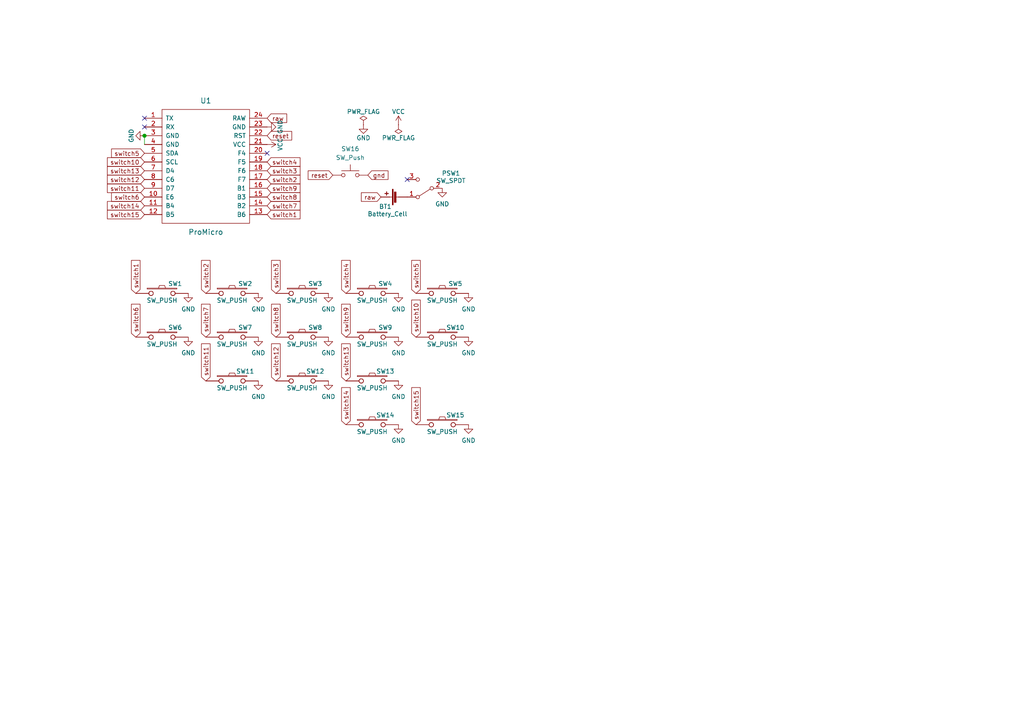
<source format=kicad_sch>
(kicad_sch (version 20211123) (generator eeschema)
  (paper "A4")
  (title_block (title "ファントマ") (date "2022-01-25") (rev "0.3") (company "<3"))
  (lib_symbols
    (symbol "Device:Battery_Cell" (pin_numbers hide) (pin_names (offset 0) hide)
      (property "Reference" "BT" (at 2.54 2.54 0))
      (property "Value" "Battery_Cell" (at 2.54 0 0))
      (symbol "Battery_Cell_0_1"
        (rectangle (start -2.286 1.778) (end 2.286 1.524) (fill (type outline)))
        (rectangle (start -1.5748 1.1938) (end 1.4732 0.6858) (fill (type outline)))
        (polyline (pts (xy 0 0.762) (xy 0 0)))
        (polyline (pts (xy 0 1.778) (xy 0 2.54)))
        (polyline (pts (xy 0.508 3.429) (xy 1.524 3.429)) (stroke (width 0.254)))
        (polyline (pts (xy 1.016 3.937) (xy 1.016 2.921)) (stroke (width 0.254)))
      )
      (symbol "Battery_Cell_1_1"
        (pin passive line (at 0 5.08 270) (length 2.54) (name "+") (number "1"))
        (pin passive line (at 0 -2.54 90) (length 2.54) (name "-") (number "2"))
      )
    )
    (symbol "Switch:SW_Push" (pin_numbers hide) (pin_names (offset 1.016) hide)
      (property "Reference" "SW" (at 1.27 2.54 0))
      (property "Value" "SW_Push" (at 0 -1.524 0))
      (symbol "SW_Push_0_1"
        (circle (center -2.032 0) (radius 0.508))
        (polyline (pts (xy 0 1.27) (xy 0 3.048)))
        (polyline (pts (xy 2.54 1.27) (xy -2.54 1.27)))
        (circle (center 2.032 0) (radius 0.508))
        (pin passive line (at -5.08 0 0) (length 2.54) (name "1") (number "1"))
        (pin passive line (at 5.08 0 180) (length 2.54) (name "2") (number "2"))
      )
    )
    (symbol "Switch:SW_SPDT" (pin_names (offset 0) hide)
      (property "Reference" "SW" (at 0 4.318 0))
      (property "Value" "SW_SPDT" (at 0 -5.08 0))
      (symbol "SW_SPDT_0_0"
        (circle (center -2.032 0) (radius 0.508))
        (circle (center 2.032 -2.54) (radius 0.508))
      )
      (symbol "SW_SPDT_0_1"
        (polyline (pts (xy -1.524 0.254) (xy 1.651 2.286)))
        (circle (center 2.032 2.54) (radius 0.508))
      )
      (symbol "SW_SPDT_1_1"
        (pin passive line (at 5.08 2.54 180) (length 2.54) (name "A") (number "1"))
        (pin passive line (at -5.08 0 0) (length 2.54) (name "B") (number "2"))
        (pin passive line (at 5.08 -2.54 180) (length 2.54) (name "C") (number "3"))
      )
    )
    (symbol "bugs:ProMicro-kbd" (pin_names (offset 1.016))
      (property "Reference" "U" (at 0 24.13 0))
      (property "Value" "ProMicro-kbd" (at 0 -13.97 0))
      (symbol "ProMicro-kbd_0_1"
        (rectangle (start -12.7 21.59) (end 12.7 -11.43))
      )
      (symbol "ProMicro-kbd_1_1"
        (pin bidirectional line (at -17.78 19.05 0) (length 5.08) (name "TX") (number "1"))
        (pin bidirectional line (at -17.78 -3.81 0) (length 5.08) (name "E6") (number "10"))
        (pin bidirectional line (at -17.78 -6.35 0) (length 5.08) (name "B4") (number "11"))
        (pin bidirectional line (at -17.78 -8.89 0) (length 5.08) (name "B5") (number "12"))
        (pin bidirectional line (at 17.78 -8.89 180) (length 5.08) (name "B6") (number "13"))
        (pin bidirectional line (at 17.78 -6.35 180) (length 5.08) (name "B2") (number "14"))
        (pin bidirectional line (at 17.78 -3.81 180) (length 5.08) (name "B3") (number "15"))
        (pin bidirectional line (at 17.78 -1.27 180) (length 5.08) (name "B1") (number "16"))
        (pin bidirectional line (at 17.78 1.27 180) (length 5.08) (name "F7") (number "17"))
        (pin bidirectional line (at 17.78 3.81 180) (length 5.08) (name "F6") (number "18"))
        (pin bidirectional line (at 17.78 6.35 180) (length 5.08) (name "F5") (number "19"))
        (pin bidirectional line (at -17.78 16.51 0) (length 5.08) (name "RX") (number "2"))
        (pin bidirectional line (at 17.78 8.89 180) (length 5.08) (name "F4") (number "20"))
        (pin power_in line (at 17.78 11.43 180) (length 5.08) (name "VCC") (number "21"))
        (pin input line (at 17.78 13.97 180) (length 5.08) (name "RST") (number "22"))
        (pin power_in line (at 17.78 16.51 180) (length 5.08) (name "GND") (number "23"))
        (pin power_out line (at 17.78 19.05 180) (length 5.08) (name "RAW") (number "24"))
        (pin power_in line (at -17.78 13.97 0) (length 5.08) (name "GND") (number "3"))
        (pin power_in line (at -17.78 11.43 0) (length 5.08) (name "GND") (number "4"))
        (pin bidirectional line (at -17.78 8.89 0) (length 5.08) (name "SDA") (number "5"))
        (pin bidirectional line (at -17.78 6.35 0) (length 5.08) (name "SCL") (number "6"))
        (pin bidirectional line (at -17.78 3.81 0) (length 5.08) (name "D4") (number "7"))
        (pin bidirectional line (at -17.78 1.27 0) (length 5.08) (name "C6") (number "8"))
        (pin bidirectional line (at -17.78 -1.27 0) (length 5.08) (name "D7") (number "9"))
      )
    )
    (symbol "bugs:SW_PUSH-kbd" (pin_numbers hide) (pin_names (offset 1.016) hide)
      (property "Reference" "SW" (at 3.81 2.794 0))
      (property "Value" "SW_PUSH-kbd" (at 0 -2.032 0))
      (symbol "SW_PUSH-kbd_0_1"
        (rectangle (start -4.318 1.27) (end 4.318 1.524))
        (polyline (pts (xy -1.016 1.524) (xy -0.762 2.286) (xy 0.762 2.286) (xy 1.016 1.524)))
        (pin passive inverted (at -7.62 0 0) (length 5.08) (name "1") (number "1"))
        (pin passive inverted (at 7.62 0 180) (length 5.08) (name "2") (number "2"))
      )
    )
    (symbol "knott:SW_PUSH-kbd" (pin_numbers hide) (pin_names (offset 1.016) hide)
      (property "Reference" "SW" (at 3.81 2.794 0))
      (property "Value" "SW_PUSH-kbd" (at 0 -2.032 0))
      (symbol "SW_PUSH-kbd_0_1"
        (rectangle (start -4.318 1.27) (end 4.318 1.524))
        (polyline (pts (xy -1.016 1.524) (xy -0.762 2.286) (xy 0.762 2.286) (xy 1.016 1.524)))
        (pin passive inverted (at -7.62 0 0) (length 5.08) (name "1") (number "1"))
        (pin passive inverted (at 7.62 0 180) (length 5.08) (name "2") (number "2"))
      )
    )
    (symbol "power:GND" (power) (pin_names (offset 0))
      (property "Value" "GND" (at 0 -3.81 0))
      (symbol "GND_0_1"
        (polyline (pts (xy 0 0) (xy 0 -1.27) (xy 1.27 -1.27) (xy 0 -2.54) (xy -1.27 -1.27) (xy 0 -1.27)))
      )
      (symbol "GND_1_1"
        (pin power_in line (at 0 0 270) (length 0) hide (name "GND") (number "1"))
      )
    )
    (symbol "power:PWR_FLAG" (power) (pin_numbers hide) (pin_names (offset 0) hide)
      (property "Value" "PWR_FLAG" (at 0 3.81 0))
      (symbol "PWR_FLAG_0_0"
        (pin power_out line (at 0 0 90) (length 0) (name "pwr") (number "1"))
      )
      (symbol "PWR_FLAG_0_1"
        (polyline (pts (xy 0 0) (xy 0 1.27) (xy -1.016 1.905) (xy 0 2.54) (xy 1.016 1.905) (xy 0 1.27)))
      )
    )
    (symbol "power:VCC" (power) (pin_names (offset 0))
      (property "Value" "VCC" (at 0 3.81 0))
      (symbol "VCC_0_1"
        (polyline (pts (xy -0.762 1.27) (xy 0 2.54)))
        (polyline (pts (xy 0 0) (xy 0 2.54)))
        (polyline (pts (xy 0 2.54) (xy 0.762 1.27)))
      )
      (symbol "VCC_1_1"
        (pin power_in line (at 0 0 90) (length 0) hide (name "VCC") (number "1"))
      )
    )
  )
  (junction (at 41.91 39.37) (diameter 1.016))
  (no_connect (at 118.11 52.07))
  (no_connect (at 41.91 34.29))
  (no_connect (at 41.91 36.83))
  (no_connect (at 77.47 44.45))
  (wire (pts (xy 41.91 39.37) (xy 41.91 41.91)))
  (global_label "switch8" (shape input) (at 77.47 57.15 0) (property "Intersheet References" "${INTERSHEET_REFS}" (effects hide)))
  (global_label "switch11" (shape input) (at 59.69 110.49 90) (property "Intersheet References" "${INTERSHEET_REFS}" (effects hide)))
  (global_label "switch1" (shape input) (at 77.47 62.23 0) (property "Intersheet References" "${INTERSHEET_REFS}" (effects hide)))
  (global_label "switch12" (shape input) (at 41.91 52.07 180) (property "Intersheet References" "${INTERSHEET_REFS}" (effects hide)))
  (global_label "switch11" (shape input) (at 41.91 54.61 180) (property "Intersheet References" "${INTERSHEET_REFS}" (effects hide)))
  (global_label "switch12" (shape input) (at 80.01 110.49 90) (property "Intersheet References" "${INTERSHEET_REFS}" (effects hide)))
  (global_label "switch13" (shape input) (at 100.33 110.49 90) (property "Intersheet References" "${INTERSHEET_REFS}" (effects hide)))
  (global_label "switch7" (shape input) (at 59.69 97.79 90) (property "Intersheet References" "${INTERSHEET_REFS}" (effects hide)))
  (global_label "switch7" (shape input) (at 77.47 59.69 0) (property "Intersheet References" "${INTERSHEET_REFS}" (effects hide)))
  (global_label "raw" (shape input) (at 77.47 34.29 0) (property "Intersheet References" "${INTERSHEET_REFS}" (effects hide)))
  (global_label "switch10" (shape input) (at 41.91 46.99 180) (property "Intersheet References" "${INTERSHEET_REFS}" (effects hide)))
  (global_label "switch13" (shape input) (at 41.91 49.53 180) (property "Intersheet References" "${INTERSHEET_REFS}" (effects hide)))
  (global_label "switch15" (shape input) (at 41.91 62.23 180) (property "Intersheet References" "${INTERSHEET_REFS}" (effects hide)))
  (global_label "switch9" (shape input) (at 100.33 97.79 90) (property "Intersheet References" "${INTERSHEET_REFS}" (effects hide)))
  (global_label "switch14" (shape input) (at 41.91 59.69 180) (property "Intersheet References" "${INTERSHEET_REFS}" (effects hide)))
  (global_label "switch1" (shape input) (at 39.37 85.09 90) (property "Intersheet References" "${INTERSHEET_REFS}" (effects hide)))
  (global_label "switch14" (shape input) (at 100.33 123.19 90) (property "Intersheet References" "${INTERSHEET_REFS}" (effects hide)))
  (global_label "switch15" (shape input) (at 120.65 123.19 90) (property "Intersheet References" "${INTERSHEET_REFS}" (effects hide)))
  (global_label "switch3" (shape input) (at 80.01 85.09 90) (property "Intersheet References" "${INTERSHEET_REFS}" (effects hide)))
  (global_label "raw" (shape input) (at 110.49 57.15 180) (property "Intersheet References" "${INTERSHEET_REFS}" (effects hide)))
  (global_label "switch3" (shape input) (at 77.47 49.53 0) (property "Intersheet References" "${INTERSHEET_REFS}" (effects hide)))
  (global_label "switch8" (shape input) (at 80.01 97.79 90) (property "Intersheet References" "${INTERSHEET_REFS}" (effects hide)))
  (global_label "reset" (shape input) (at 96.52 50.8 180) (property "Intersheet References" "${INTERSHEET_REFS}" (effects hide)))
  (global_label "reset" (shape input) (at 77.47 39.37 0) (property "Intersheet References" "${INTERSHEET_REFS}" (effects hide)))
  (global_label "switch5" (shape input) (at 120.65 85.09 90) (property "Intersheet References" "${INTERSHEET_REFS}" (effects hide)))
  (global_label "switch9" (shape input) (at 77.47 54.61 0) (property "Intersheet References" "${INTERSHEET_REFS}" (effects hide)))
  (global_label "gnd" (shape input) (at 106.68 50.8 0) (property "Intersheet References" "${INTERSHEET_REFS}" (effects hide)))
  (global_label "switch4" (shape input) (at 77.47 46.99 0) (property "Intersheet References" "${INTERSHEET_REFS}" (effects hide)))
  (global_label "switch2" (shape input) (at 59.69 85.09 90) (property "Intersheet References" "${INTERSHEET_REFS}" (effects hide)))
  (global_label "switch6" (shape input) (at 39.37 97.79 90) (property "Intersheet References" "${INTERSHEET_REFS}" (effects hide)))
  (global_label "switch5" (shape input) (at 41.91 44.45 180) (property "Intersheet References" "${INTERSHEET_REFS}" (effects hide)))
  (global_label "switch6" (shape input) (at 41.91 57.15 180) (property "Intersheet References" "${INTERSHEET_REFS}" (effects hide)))
  (global_label "switch4" (shape input) (at 100.33 85.09 90) (property "Intersheet References" "${INTERSHEET_REFS}" (effects hide)))
  (global_label "switch10" (shape input) (at 120.65 97.79 90) (property "Intersheet References" "${INTERSHEET_REFS}" (effects hide)))
  (global_label "switch2" (shape input) (at 77.47 52.07 0) (property "Intersheet References" "${INTERSHEET_REFS}" (effects hide)))
  (symbol (lib_id "bugs:ProMicro-kbd") (at 59.69 53.34 0) (unit 1)
    (property "Reference" "U1" (at 59.69 29.21 0) (effects (font (size 1.524 1.524))))
    (property "Value" "ProMicro" (at 59.69 67.31 0) (effects (font (size 1.524 1.524))))
    (property "Footprint" "bugs:ProMicro_jumpers" (effects hide))
  )
  (symbol (lib_id "bugs:SW_PUSH-kbd") (at 46.99 85.09 0) (unit 1)
    (property "Reference" "SW1" (at 50.8 82.296 0))
    (property "Value" "SW_PUSH" (at 46.99 87.122 0))
    (property "Footprint" "bugs:Choc_reversible" (effects hide))
  )
  (symbol (lib_id "knott:SW_PUSH-kbd") (at 67.31 85.09 0) (unit 1)
    (property "Reference" "SW2" (at 71.12 82.296 0))
    (property "Value" "SW_PUSH" (at 67.31 87.122 0))
    (property "Footprint" "bugs:Choc_reversible" (effects hide))
  )
  (symbol (lib_id "knott:SW_PUSH-kbd") (at 87.63 85.09 0) (unit 1)
    (property "Reference" "SW3" (at 91.44 82.296 0))
    (property "Value" "SW_PUSH" (at 87.63 87.122 0))
    (property "Footprint" "bugs:Choc_reversible" (effects hide))
  )
  (symbol (lib_id "knott:SW_PUSH-kbd") (at 107.95 85.09 0) (unit 1)
    (property "Reference" "SW4" (at 111.76 82.296 0))
    (property "Value" "SW_PUSH" (at 107.95 87.122 0))
    (property "Footprint" "bugs:Choc_reversible" (effects hide))
  )
  (symbol (lib_id "knott:SW_PUSH-kbd") (at 128.27 85.09 0) (unit 1)
    (property "Reference" "SW5" (at 132.08 82.296 0))
    (property "Value" "SW_PUSH" (at 128.27 87.122 0))
    (property "Footprint" "bugs:Choc_reversible" (effects hide))
  )
  (symbol (lib_id "knott:SW_PUSH-kbd") (at 46.99 97.79 0) (unit 1)
    (property "Reference" "SW6" (at 50.8 94.996 0))
    (property "Value" "SW_PUSH" (at 46.99 99.822 0))
    (property "Footprint" "bugs:Choc_reversible" (effects hide))
  )
  (symbol (lib_id "knott:SW_PUSH-kbd") (at 67.31 97.79 0) (unit 1)
    (property "Reference" "SW7" (at 71.12 94.996 0))
    (property "Value" "SW_PUSH" (at 67.31 99.822 0))
    (property "Footprint" "bugs:Choc_reversible" (effects hide))
  )
  (symbol (lib_id "knott:SW_PUSH-kbd") (at 87.63 97.79 0) (unit 1)
    (property "Reference" "SW8" (at 91.44 94.996 0))
    (property "Value" "SW_PUSH" (at 87.63 99.822 0))
    (property "Footprint" "bugs:Choc_reversible" (effects hide))
  )
  (symbol (lib_id "knott:SW_PUSH-kbd") (at 107.95 97.79 0) (unit 1)
    (property "Reference" "SW9" (at 111.76 94.996 0))
    (property "Value" "SW_PUSH" (at 107.95 99.822 0))
    (property "Footprint" "bugs:Choc_reversible" (effects hide))
  )
  (symbol (lib_id "knott:SW_PUSH-kbd") (at 128.27 97.79 0) (unit 1)
    (property "Reference" "SW10" (at 132.08 94.996 0))
    (property "Value" "SW_PUSH" (at 128.27 99.822 0))
    (property "Footprint" "bugs:Choc_reversible" (effects hide))
  )
  (symbol (lib_id "knott:SW_PUSH-kbd") (at 67.31 110.49 0) (unit 1)
    (property "Reference" "SW11" (at 71.12 107.696 0))
    (property "Value" "SW_PUSH" (at 67.31 112.522 0))
    (property "Footprint" "bugs:Choc_reversible" (effects hide))
  )
  (symbol (lib_id "knott:SW_PUSH-kbd") (at 87.63 110.49 0) (unit 1)
    (property "Reference" "SW12" (at 91.44 107.696 0))
    (property "Value" "SW_PUSH" (at 87.63 112.522 0))
    (property "Footprint" "bugs:Choc_reversible" (effects hide))
  )
  (symbol (lib_id "knott:SW_PUSH-kbd") (at 107.95 110.49 0) (unit 1)
    (property "Reference" "SW13" (at 111.76 107.696 0))
    (property "Value" "SW_PUSH" (at 107.95 112.522 0))
    (property "Footprint" "bugs:Choc_reversible" (effects hide))
  )
  (symbol (lib_id "knott:SW_PUSH-kbd") (at 107.95 123.19 0) (unit 1)
    (property "Reference" "SW14" (at 111.76 120.396 0))
    (property "Value" "SW_PUSH" (at 107.95 125.222 0))
    (property "Footprint" "bugs:Choc_reversible" (effects hide))
  )
  (symbol (lib_id "knott:SW_PUSH-kbd") (at 128.27 123.19 0) (unit 1)
    (property "Reference" "SW15" (at 132.08 120.396 0))
    (property "Value" "SW_PUSH" (at 128.27 125.222 0))
    (property "Footprint" "bugs:Choc_reversible" (effects hide))
  )
  (symbol (lib_id "power:GND") (at 77.47 36.83 90) (unit 1)
    (property "Reference" "#PWR01" (effects hide))
    (property "Value" "GND" (at 81.28 36.83 0))
  )
  (symbol (lib_id "power:VCC") (at 77.47 41.91 270) (unit 1)
    (property "Reference" "#PWR023" (effects hide))
    (property "Value" "VCC" (at 81.28 41.91 0))
  )
  (symbol (lib_id "power:GND") (at 41.91 39.37 270) (unit 1)
    (property "Reference" "#PWR02" (effects hide))
    (property "Value" "GND" (at 38.1 39.37 0))
  )
  (symbol (lib_id "power:GND") (at 105.41 36.195 0) (unit 1)
    (property "Reference" "#PWR03" (effects hide))
    (property "Value" "GND" (at 105.41 40.005 0))
  )
  (symbol (lib_id "power:VCC") (at 115.57 36.195 0) (unit 1)
    (property "Reference" "#PWR04" (effects hide))
    (property "Value" "VCC" (at 115.57 32.385 0))
  )
  (symbol (lib_id "power:PWR_FLAG") (at 115.57 36.195 180) (unit 1)
    (property "Reference" "#FLG05" (effects hide))
    (property "Value" "PWR_FLAG" (at 115.57 40.005 0))
  )
  (symbol (lib_id "power:PWR_FLAG") (at 105.41 36.195 0) (unit 1)
    (property "Reference" "#FLG06" (effects hide))
    (property "Value" "PWR_FLAG" (at 105.41 32.385 0))
  )
  (symbol (lib_id "Switch:SW_SPDT") (at 123.19 54.61 180) (unit 1)
    (property "Reference" "PSW1" (at 130.81 50.2624 0))
    (property "Value" "SW_SPDT" (at 130.81 52.4025 0))
    (property "Footprint" "bugs:Power_reversible" (effects hide))
  )
  (symbol (lib_id "power:GND") (at 115.57 123.19 0) (unit 1)
    (property "Reference" "#PWR0112" (effects hide))
    (property "Value" "GND" (at 115.57 127.7526 0))
  )
  (symbol (lib_id "power:GND") (at 74.93 97.79 0) (unit 1)
    (property "Reference" "#PWR0103" (effects hide))
    (property "Value" "GND" (at 74.93 102.3526 0))
  )
  (symbol (lib_id "power:GND") (at 135.89 123.19 0) (unit 1)
    (property "Reference" "#PWR0113" (effects hide))
    (property "Value" "GND" (at 135.89 127.7526 0))
  )
  (symbol (lib_id "power:GND") (at 115.57 110.49 0) (unit 1)
    (property "Reference" "#PWR0115" (effects hide))
    (property "Value" "GND" (at 115.57 115.0526 0))
  )
  (symbol (lib_id "power:GND") (at 95.25 97.79 0) (unit 1)
    (property "Reference" "#PWR0117" (effects hide))
    (property "Value" "GND" (at 95.25 102.3526 0))
  )
  (symbol (lib_id "power:GND") (at 54.61 85.09 0) (unit 1)
    (property "Reference" "#PWR0105" (effects hide))
    (property "Value" "GND" (at 54.61 89.6526 0))
  )
  (symbol (lib_id "power:GND") (at 95.25 110.49 0) (unit 1)
    (property "Reference" "#PWR0116" (effects hide))
    (property "Value" "GND" (at 95.25 115.0526 0))
  )
  (symbol (lib_id "power:GND") (at 128.27 54.61 0) (unit 1)
    (property "Reference" "#PWR0101" (effects hide))
    (property "Value" "GND" (at 128.27 59.1726 0))
  )
  (symbol (lib_id "power:GND") (at 54.61 97.79 0) (unit 1)
    (property "Reference" "#PWR0107" (effects hide))
    (property "Value" "GND" (at 54.61 102.3526 0))
  )
  (symbol (lib_id "power:GND") (at 115.57 97.79 0) (unit 1)
    (property "Reference" "#PWR0109" (effects hide))
    (property "Value" "GND" (at 115.57 102.3526 0))
  )
  (symbol (lib_id "power:GND") (at 74.93 110.49 0) (unit 1)
    (property "Reference" "#PWR0102" (effects hide))
    (property "Value" "GND" (at 74.93 115.0526 0))
  )
  (symbol (lib_id "power:GND") (at 74.93 85.09 0) (unit 1)
    (property "Reference" "#PWR0104" (effects hide))
    (property "Value" "GND" (at 74.93 89.6526 0))
  )
  (symbol (lib_id "Switch:SW_Push") (at 101.6 50.8 0) (unit 1)
    (property "Reference" "SW16" (at 101.6 43.18 0))
    (property "Value" "SW_Push" (at 101.6 45.72 0))
    (property "Footprint" "kbd:ResetSW" (effects hide))
  )
  (symbol (lib_id "power:GND") (at 115.57 85.09 0) (unit 1)
    (property "Reference" "#PWR0108" (effects hide))
    (property "Value" "GND" (at 115.57 89.6526 0))
  )
  (symbol (lib_id "Device:Battery_Cell") (at 115.57 57.15 90) (unit 1)
    (property "Reference" "BT1" (at 111.76 59.9144 90))
    (property "Value" "Battery_Cell" (at 112.395 62.0545 90))
    (property "Footprint" "bugs:Battery_pads_reversible" (effects hide))
  )
  (symbol (lib_id "power:GND") (at 135.89 85.09 0) (unit 1)
    (property "Reference" "#PWR0110" (effects hide))
    (property "Value" "GND" (at 135.89 89.6526 0))
  )
  (symbol (lib_id "power:GND") (at 95.25 85.09 0) (unit 1)
    (property "Reference" "#PWR0114" (effects hide))
    (property "Value" "GND" (at 95.25 89.6526 0))
  )
  (symbol (lib_id "power:GND") (at 135.89 97.79 0) (unit 1)
    (property "Reference" "#PWR0111" (effects hide))
    (property "Value" "GND" (at 135.89 102.3526 0))
  )
)
</source>
